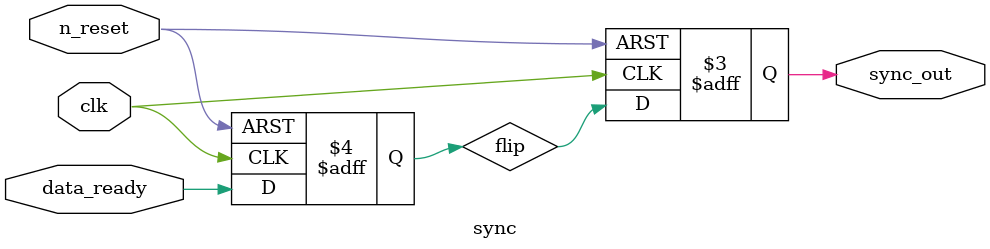
<source format=sv>
module sync
(
	input wire clk,
	input wire n_reset,
	input wire data_ready,
	output reg sync_out
);

reg flip;

always_ff @ (posedge clk, negedge n_reset)
begin  
if(1'b0 == n_reset)
begin
 flip <= 0;
 sync_out <=0;
end
else
 begin
 flip <= data_ready;
sync_out <= flip;
end
end
endmodule
	

</source>
